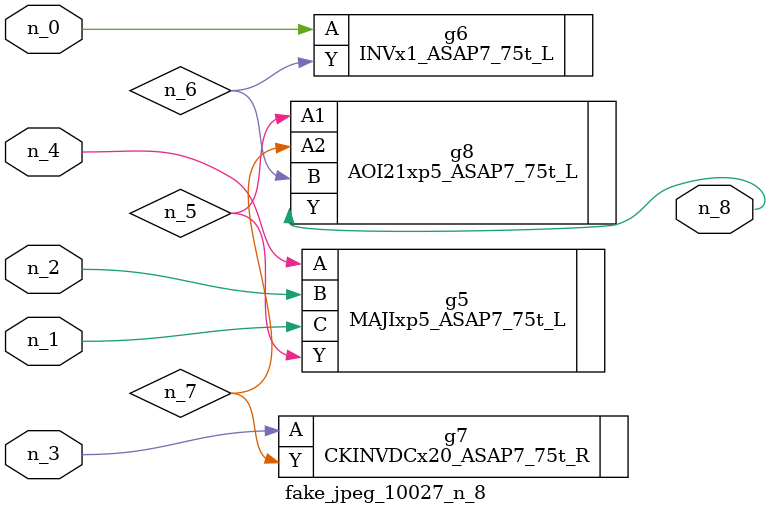
<source format=v>
module fake_jpeg_10027_n_8 (n_3, n_2, n_1, n_0, n_4, n_8);

input n_3;
input n_2;
input n_1;
input n_0;
input n_4;

output n_8;

wire n_6;
wire n_5;
wire n_7;

MAJIxp5_ASAP7_75t_L g5 ( 
.A(n_4),
.B(n_2),
.C(n_1),
.Y(n_5)
);

INVx1_ASAP7_75t_L g6 ( 
.A(n_0),
.Y(n_6)
);

CKINVDCx20_ASAP7_75t_R g7 ( 
.A(n_3),
.Y(n_7)
);

AOI21xp5_ASAP7_75t_L g8 ( 
.A1(n_5),
.A2(n_7),
.B(n_6),
.Y(n_8)
);


endmodule
</source>
